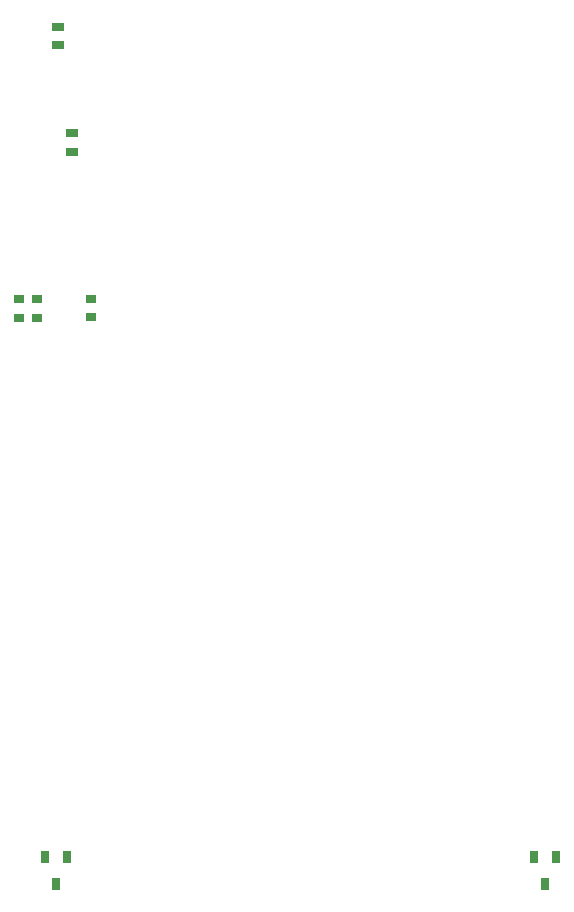
<source format=gbp>
G04*
G04 #@! TF.GenerationSoftware,Altium Limited,Altium Designer,20.0.13 (296)*
G04*
G04 Layer_Color=128*
%FSLAX44Y44*%
%MOMM*%
G71*
G01*
G75*
%ADD24R,1.0000X0.8000*%
%ADD26R,0.9000X0.7000*%
%ADD115R,0.8000X1.1000*%
D24*
X213750Y791000D02*
D03*
Y807000D02*
D03*
X225250Y717250D02*
D03*
Y701250D02*
D03*
D26*
X241750Y576750D02*
D03*
Y560750D02*
D03*
X195500Y576500D02*
D03*
Y560500D02*
D03*
X180500Y576000D02*
D03*
Y560000D02*
D03*
D115*
X211750Y81250D02*
D03*
X221250Y103750D02*
D03*
X202250D02*
D03*
X625750Y81250D02*
D03*
X635250Y103750D02*
D03*
X616250D02*
D03*
M02*

</source>
